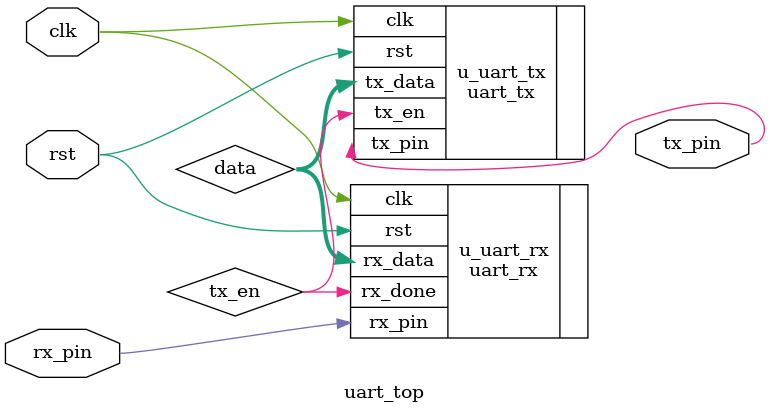
<source format=v>


module uart_top(
    input clk,
    input rst,
    input rx_pin,
    output tx_pin
    );

    parameter CLK = 100000000;
    parameter BPS = 115200;

    wire tx_en;
    wire [7:0] data;

    uart_rx #(
        .CLK(CLK),
        .BPS(BPS)) 
    u_uart_rx(
        .clk(clk),
        .rst(rst),
        .rx_pin(rx_pin),
        .rx_data(data),
        .rx_done(tx_en)
    );

    uart_tx #(
        .CLK(CLK),
        .BPS(BPS))
    u_uart_tx(
        .clk(clk),
        .rst(rst),
        .tx_en(tx_en),
        .tx_data(data),
        .tx_pin(tx_pin)
    );
endmodule
</source>
